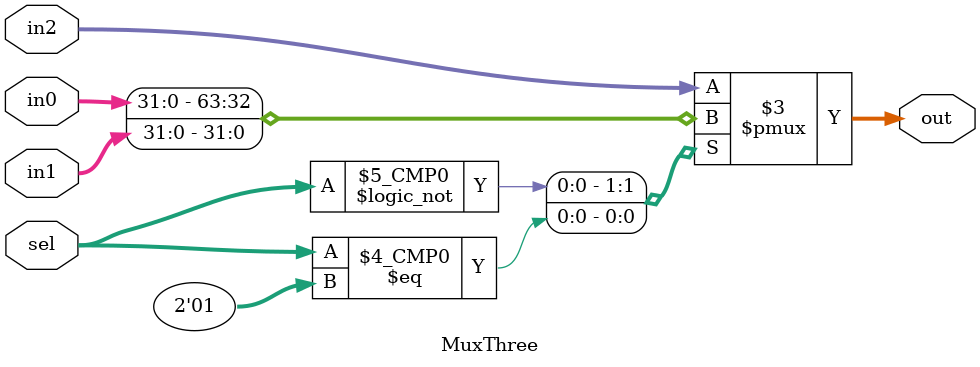
<source format=v>
module MuxThree(input [31:0] in0,input [31:0] in1,input [31:0] in2,input[1:0] sel,output reg [31:0] out);
always@(*) begin
	case(sel)	
		2'b00:
			out = in0;
		2'b01:
			out = in1;
		
		default:begin
			out = in2;
		end
	endcase
end
endmodule

</source>
